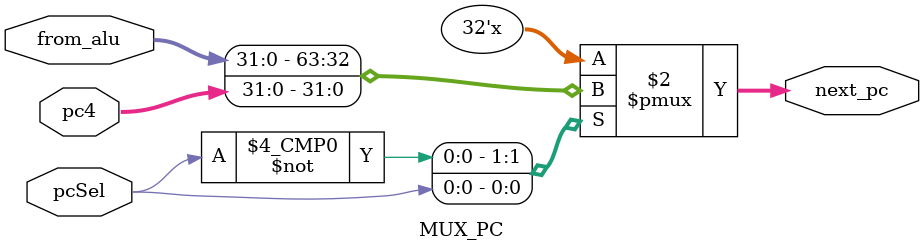
<source format=v>
`timescale 1ns / 1ps


module MUX_PC(
    input [31:0]from_alu,    // Ìø×ªµØÖ·
    input [31:0]pc4,        // pc+4
    input pcSel,
    output reg[31:0]next_pc

    );
    
    always @(*)begin
        case(pcSel)
            0:  next_pc = from_alu;
            1:  next_pc = pc4;
        endcase
    end
endmodule

</source>
